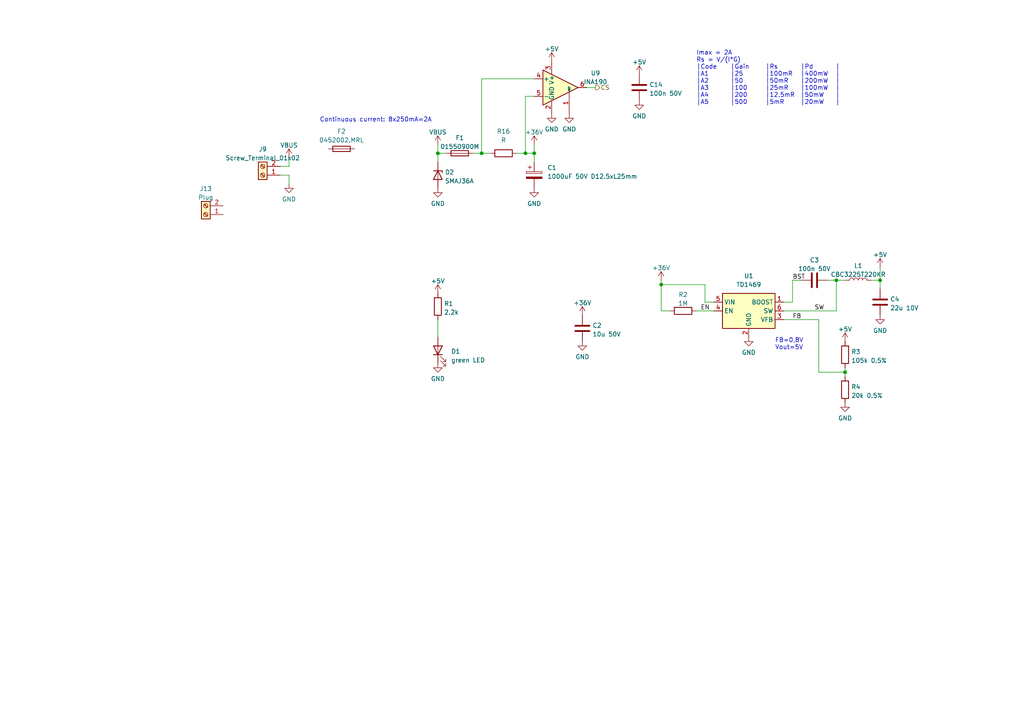
<source format=kicad_sch>
(kicad_sch (version 20231120) (generator "eeschema") (generator_version "8.0")
  (paper "A4")
  (lib_symbols
    (symbol "Amplifier_Current:INA199xxDCK" (pin_names (offset 0.127))
      (property "Reference" "U" (at 3.81 3.81 0))
      (property "Value" "INA199xxDCK" (at 3.81 -2.54 0))
      (symbol "INA199xxDCK_0_1"
        (polyline (pts (xy 5.08 0) (xy -5.08 5.08) (xy -5.08 -5.08) (xy 5.08 0)) (stroke (width 0.254)) (fill (type background)))
      )
      (symbol "INA199xxDCK_1_1"
        (pin input line (at 2.54 -7.62 90) (length 6.35) (name "REF") (number "1"))
        (pin power_in line (at -2.54 -7.62 90) (length 3.81) (name "GND") (number "2"))
        (pin power_in line (at -2.54 7.62 270) (length 3.81) (name "V+") (number "3"))
        (pin input line (at -7.62 2.54 0) (length 2.54) (name "+") (number "4"))
        (pin input line (at -7.62 -2.54 0) (length 2.54) (name "-") (number "5"))
        (pin output line (at 7.62 0 180) (length 2.54) (name "~") (number "6"))
      )
    )
    (symbol "Connector:Screw_Terminal_01x02" (pin_names (offset 1.016) hide)
      (property "Reference" "J" (at 0 2.54 0))
      (property "Value" "Screw_Terminal_01x02" (at 0 -5.08 0))
      (symbol "Screw_Terminal_01x02_1_1"
        (rectangle (start -1.27 1.27) (end 1.27 -3.81) (stroke (width 0.254)) (fill (type background)))
        (circle (center 0 -2.54) (radius 0.635) (stroke (width 0.1524)))
        (polyline (pts (xy -0.5334 -2.2098) (xy 0.3302 -3.048)) (stroke (width 0.1524)))
        (polyline (pts (xy -0.5334 0.3302) (xy 0.3302 -0.508)) (stroke (width 0.1524)))
        (polyline (pts (xy -0.3556 -2.032) (xy 0.508 -2.8702)) (stroke (width 0.1524)))
        (polyline (pts (xy -0.3556 0.508) (xy 0.508 -0.3302)) (stroke (width 0.1524)))
        (circle (center 0 0) (radius 0.635) (stroke (width 0.1524)))
        (pin passive line (at -5.08 0 0) (length 3.81) (name "Pin_1") (number "1"))
        (pin passive line (at -5.08 -2.54 0) (length 3.81) (name "Pin_2") (number "2"))
      )
    )
    (symbol "Device:C" (pin_numbers hide) (pin_names (offset 0.254))
      (property "Reference" "C" (at 0.635 2.54 0))
      (property "Value" "C" (at 0.635 -2.54 0))
      (symbol "C_0_1"
        (polyline (pts (xy -2.032 -0.762) (xy 2.032 -0.762)) (stroke (width 0.508)))
        (polyline (pts (xy -2.032 0.762) (xy 2.032 0.762)) (stroke (width 0.508)))
      )
      (symbol "C_1_1"
        (pin passive line (at 0 3.81 270) (length 2.794) (name "~") (number "1"))
        (pin passive line (at 0 -3.81 90) (length 2.794) (name "~") (number "2"))
      )
    )
    (symbol "Device:C_Polarized" (pin_numbers hide) (pin_names (offset 0.254))
      (property "Reference" "C" (at 0.635 2.54 0))
      (property "Value" "C_Polarized" (at 0.635 -2.54 0))
      (symbol "C_Polarized_0_1"
        (rectangle (start -2.286 0.508) (end 2.286 1.016))
        (polyline (pts (xy -1.778 2.286) (xy -0.762 2.286)))
        (polyline (pts (xy -1.27 2.794) (xy -1.27 1.778)))
        (rectangle (start 2.286 -0.508) (end -2.286 -1.016) (fill (type outline)))
      )
      (symbol "C_Polarized_1_1"
        (pin passive line (at 0 3.81 270) (length 2.794) (name "~") (number "1"))
        (pin passive line (at 0 -3.81 90) (length 2.794) (name "~") (number "2"))
      )
    )
    (symbol "Device:D_Zener" (pin_numbers hide) (pin_names (offset 1.016) hide)
      (property "Reference" "D" (at 0 2.54 0))
      (property "Value" "D_Zener" (at 0 -2.54 0))
      (symbol "D_Zener_0_1"
        (polyline (pts (xy 1.27 0) (xy -1.27 0)))
        (polyline (pts (xy -1.27 -1.27) (xy -1.27 1.27) (xy -0.762 1.27)) (stroke (width 0.254)))
        (polyline (pts (xy 1.27 -1.27) (xy 1.27 1.27) (xy -1.27 0) (xy 1.27 -1.27)) (stroke (width 0.254)))
      )
      (symbol "D_Zener_1_1"
        (pin passive line (at -3.81 0 0) (length 2.54) (name "K") (number "1"))
        (pin passive line (at 3.81 0 180) (length 2.54) (name "A") (number "2"))
      )
    )
    (symbol "Device:Fuse" (pin_numbers hide) (pin_names (offset 0))
      (property "Reference" "F" (at 2.032 0 90))
      (property "Value" "Fuse" (at -1.905 0 90))
      (symbol "Fuse_0_1"
        (rectangle (start -0.762 -2.54) (end 0.762 2.54) (stroke (width 0.254)))
        (polyline (pts (xy 0 2.54) (xy 0 -2.54)))
      )
      (symbol "Fuse_1_1"
        (pin passive line (at 0 3.81 270) (length 1.27) (name "~") (number "1"))
        (pin passive line (at 0 -3.81 90) (length 1.27) (name "~") (number "2"))
      )
    )
    (symbol "Device:L" (pin_numbers hide) (pin_names (offset 1.016) hide)
      (property "Reference" "L" (at -1.27 0 90))
      (property "Value" "L" (at 1.905 0 90))
      (symbol "L_0_1"
        (arc (start 0 -2.54) (mid 0.6323 -1.905) (end 0 -1.27))
        (arc (start 0 -1.27) (mid 0.6323 -0.635) (end 0 0))
        (arc (start 0 0) (mid 0.6323 0.635) (end 0 1.27))
        (arc (start 0 1.27) (mid 0.6323 1.905) (end 0 2.54))
      )
      (symbol "L_1_1"
        (pin passive line (at 0 3.81 270) (length 1.27) (name "1") (number "1"))
        (pin passive line (at 0 -3.81 90) (length 1.27) (name "2") (number "2"))
      )
    )
    (symbol "Device:LED" (pin_numbers hide) (pin_names (offset 1.016) hide)
      (property "Reference" "D" (at 0 2.54 0))
      (property "Value" "LED" (at 0 -2.54 0))
      (symbol "LED_0_1"
        (polyline (pts (xy -1.27 -1.27) (xy -1.27 1.27)) (stroke (width 0.254)))
        (polyline (pts (xy -1.27 0) (xy 1.27 0)))
        (polyline (pts (xy 1.27 -1.27) (xy 1.27 1.27) (xy -1.27 0) (xy 1.27 -1.27)) (stroke (width 0.254)))
        (polyline (pts (xy -3.048 -0.762) (xy -4.572 -2.286) (xy -3.81 -2.286) (xy -4.572 -2.286) (xy -4.572 -1.524)))
        (polyline (pts (xy -1.778 -0.762) (xy -3.302 -2.286) (xy -2.54 -2.286) (xy -3.302 -2.286) (xy -3.302 -1.524)))
      )
      (symbol "LED_1_1"
        (pin passive line (at -3.81 0 0) (length 2.54) (name "K") (number "1"))
        (pin passive line (at 3.81 0 180) (length 2.54) (name "A") (number "2"))
      )
    )
    (symbol "Device:R" (pin_numbers hide) (pin_names (offset 0))
      (property "Reference" "R" (at 2.032 0 90))
      (property "Value" "R" (at 0 0 90))
      (symbol "R_0_1"
        (rectangle (start -1.016 -2.54) (end 1.016 2.54) (stroke (width 0.254)))
      )
      (symbol "R_1_1"
        (pin passive line (at 0 3.81 270) (length 1.27) (name "~") (number "1"))
        (pin passive line (at 0 -3.81 90) (length 1.27) (name "~") (number "2"))
      )
    )
    (symbol "Regulator_Switching:MCP16331CH"
      (property "Reference" "U" (at -7.874 6.35 0))
      (property "Value" "MCP16331CH" (at -2.54 6.35 0))
      (symbol "MCP16331CH_0_1"
        (rectangle (start -7.62 5.08) (end 7.62 -5.08) (stroke (width 0.254)) (fill (type background)))
      )
      (symbol "MCP16331CH_1_1"
        (pin input line (at 10.16 2.54 180) (length 2.54) (name "BOOST") (number "1"))
        (pin power_in line (at 0 -7.62 90) (length 2.54) (name "GND") (number "2"))
        (pin input line (at 10.16 -2.54 180) (length 2.54) (name "VFB") (number "3"))
        (pin input line (at -10.16 0 0) (length 2.54) (name "EN") (number "4"))
        (pin power_in line (at -10.16 2.54 0) (length 2.54) (name "VIN") (number "5"))
        (pin output line (at 10.16 0 180) (length 2.54) (name "SW") (number "6"))
      )
    )
    (symbol "power:+36V" (power) (pin_names (offset 0))
      (property "Value" "+36V" (at 0 3.556 0))
      (symbol "+36V_0_1"
        (polyline (pts (xy -0.762 1.27) (xy 0 2.54)))
        (polyline (pts (xy 0 0) (xy 0 2.54)))
        (polyline (pts (xy 0 2.54) (xy 0.762 1.27)))
      )
      (symbol "+36V_1_1"
        (pin power_in line (at 0 0 90) (length 0) hide (name "+36V") (number "1"))
      )
    )
    (symbol "power:+5V" (power) (pin_names (offset 0))
      (property "Value" "+5V" (at 0 3.556 0))
      (symbol "+5V_0_1"
        (polyline (pts (xy -0.762 1.27) (xy 0 2.54)))
        (polyline (pts (xy 0 0) (xy 0 2.54)))
        (polyline (pts (xy 0 2.54) (xy 0.762 1.27)))
      )
      (symbol "+5V_1_1"
        (pin power_in line (at 0 0 90) (length 0) hide (name "+5V") (number "1"))
      )
    )
    (symbol "power:GND" (power) (pin_names (offset 0))
      (property "Value" "GND" (at 0 -3.81 0))
      (symbol "GND_0_1"
        (polyline (pts (xy 0 0) (xy 0 -1.27) (xy 1.27 -1.27) (xy 0 -2.54) (xy -1.27 -1.27) (xy 0 -1.27)))
      )
      (symbol "GND_1_1"
        (pin power_in line (at 0 0 270) (length 0) hide (name "GND") (number "1"))
      )
    )
    (symbol "power:VBUS" (power) (pin_names (offset 0))
      (property "Value" "VBUS" (at 0 3.81 0))
      (symbol "VBUS_0_1"
        (polyline (pts (xy -0.762 1.27) (xy 0 2.54)))
        (polyline (pts (xy 0 0) (xy 0 2.54)))
        (polyline (pts (xy 0 2.54) (xy 0.762 1.27)))
      )
      (symbol "VBUS_1_1"
        (pin power_in line (at 0 0 90) (length 0) hide (name "VBUS") (number "1"))
      )
    )
  )
  (junction (at 152.4 44.45))
  (junction (at 191.77 82.55))
  (junction (at 242.57 81.28))
  (junction (at 139.7 44.45))
  (junction (at 127 44.45))
  (junction (at 154.94 44.45))
  (junction (at 245.11 107.95))
  (junction (at 255.27 81.28))
  (wire (pts (xy 237.49 107.95) (xy 245.11 107.95)))
  (wire (pts (xy 191.77 81.28) (xy 191.77 82.55)))
  (wire (pts (xy 207.01 87.63) (xy 204.47 87.63)))
  (wire (pts (xy 127 44.45) (xy 129.54 44.45)))
  (wire (pts (xy 240.03 81.28) (xy 242.57 81.28)))
  (wire (pts (xy 245.11 107.95) (xy 245.11 109.22)))
  (wire (pts (xy 154.94 27.94) (xy 152.4 27.94)))
  (wire (pts (xy 83.82 50.8) (xy 81.28 50.8)))
  (wire (pts (xy 227.33 92.71) (xy 237.49 92.71)))
  (wire (pts (xy 245.11 106.68) (xy 245.11 107.95)))
  (wire (pts (xy 83.82 48.26) (xy 83.82 45.72)))
  (wire (pts (xy 81.28 48.26) (xy 83.82 48.26)))
  (wire (pts (xy 127 41.91) (xy 127 44.45)))
  (wire (pts (xy 255.27 81.28) (xy 255.27 83.82)))
  (wire (pts (xy 139.7 22.86) (xy 139.7 44.45)))
  (wire (pts (xy 204.47 82.55) (xy 191.77 82.55)))
  (wire (pts (xy 154.94 41.91) (xy 154.94 44.45)))
  (wire (pts (xy 137.16 44.45) (xy 139.7 44.45)))
  (wire (pts (xy 149.86 44.45) (xy 152.4 44.45)))
  (wire (pts (xy 127 92.71) (xy 127 97.79)))
  (wire (pts (xy 204.47 87.63) (xy 204.47 82.55)))
  (wire (pts (xy 255.27 77.47) (xy 255.27 81.28)))
  (wire (pts (xy 152.4 44.45) (xy 154.94 44.45)))
  (wire (pts (xy 242.57 90.17) (xy 242.57 81.28)))
  (wire (pts (xy 154.94 44.45) (xy 154.94 46.99)))
  (wire (pts (xy 127 44.45) (xy 127 46.99)))
  (wire (pts (xy 139.7 44.45) (xy 142.24 44.45)))
  (wire (pts (xy 191.77 90.17) (xy 194.31 90.17)))
  (wire (pts (xy 227.33 90.17) (xy 242.57 90.17)))
  (wire (pts (xy 227.33 87.63) (xy 229.87 87.63)))
  (wire (pts (xy 152.4 27.94) (xy 152.4 44.45)))
  (wire (pts (xy 229.87 81.28) (xy 232.41 81.28)))
  (wire (pts (xy 191.77 82.55) (xy 191.77 90.17)))
  (wire (pts (xy 229.87 87.63) (xy 229.87 81.28)))
  (wire (pts (xy 237.49 92.71) (xy 237.49 107.95)))
  (wire (pts (xy 201.93 90.17) (xy 207.01 90.17)))
  (wire (pts (xy 255.27 81.28) (xy 252.73 81.28)))
  (wire (pts (xy 83.82 53.34) (xy 83.82 50.8)))
  (wire (pts (xy 242.57 81.28) (xy 245.11 81.28)))
  (wire (pts (xy 170.18 25.4) (xy 172.72 25.4)))
  (wire (pts (xy 154.94 22.86) (xy 139.7 22.86)))
  (text "FB=0,8V\nVout=5V" (at 224.79 101.6 0) (effects (font (size 1.27 1.27)) (justify left bottom)))
  (text "Imax = 2A\nRs = V/(I*G)\n|Code	|Gain	|Rs		|Pd		|\n|A1		|25		|100mR	|400mW	|\n|A2		|50		|50mR	|200mW	|\n|A3		|100	|25mR	|100mW	|\n|A4		|200	|12,5mR	|50mW	|\n|A5		|500	|5mR	|20mW	|" (at 201.93 30.48 0) (effects (font (size 1.27 1.27)) (justify left bottom)))
  (text "Continuous current: 8x250mA=2A" (at 92.71 35.56 0) (effects (font (size 1.27 1.27)) (justify left bottom)))
  (label "BST" (at 229.87 81.28 0))
  (label "SW" (at 236.22 90.17 0))
  (label "EN" (at 203.2 90.17 0))
  (label "FB" (at 229.87 92.71 0))
  (hierarchical_label "CS" (shape output) (at 172.72 25.4 0))
  (symbol (lib_id "power:GND") (at 217.17 97.79 0) (unit 1)
    (property "Reference" "#PWR0127" (effects (hide yes)))
    (property "Value" "GND" (at 217.17 102.2334 0))
  )
  (symbol (lib_id "power:+36V") (at 191.77 81.28 0) (unit 1)
    (property "Reference" "#PWR0128" (effects (hide yes)))
    (property "Value" "+36V" (at 191.77 77.7042 0))
  )
  (symbol (lib_id "Device:C") (at 185.42 25.4 0) (unit 1)
    (property "Reference" "C14" (at 188.341 24.5653 0) (effects (justify left)))
    (property "Value" "100n 50V" (at 188.341 27.1022 0) (effects (justify left)))
    (property "Footprint" "Capacitor_SMD:C_0603_1608Metric" (effects (hide yes)))
    (property "LCSC Part #" "C14663" (effects (hide yes)))
    (property "Total quantity" "30" (effects (hide yes)))
  )
  (symbol (lib_id "power:+5V") (at 160.02 17.78 0) (unit 1)
    (property "Reference" "#PWR072" (effects (hide yes)))
    (property "Value" "+5V" (at 160.02 14.2042 0))
  )
  (symbol (lib_id "Device:C") (at 168.91 95.25 180) (unit 1)
    (property "Reference" "C2" (at 171.831 94.4153 0) (effects (justify right)))
    (property "Value" "10u 50V" (at 171.831 96.9522 0) (effects (justify right)))
    (property "Footprint" "Capacitor_SMD:C_1210_3225Metric" (effects (hide yes)))
    (property "LCSC Part #" "C337485" (effects (hide yes)))
    (property "Total quantity" "50" (effects (hide yes)))
  )
  (symbol (lib_id "power:+5V") (at 255.27 77.47 0) (unit 1)
    (property "Reference" "#PWR0131" (effects (hide yes)))
    (property "Value" "+5V" (at 255.27 73.8942 0))
  )
  (symbol (lib_id "power:+36V") (at 154.94 41.91 0) (unit 1)
    (property "Reference" "#PWR0120" (effects (hide yes)))
    (property "Value" "+36V" (at 154.94 38.3342 0))
  )
  (symbol (lib_id "Device:Fuse") (at 133.35 44.45 270) (unit 1)
    (property "Reference" "F1" (at 133.35 39.9882 90))
    (property "Value" "01550900M" (at 133.35 42.5251 90))
    (property "Footprint" "Fuse:Fuseholder_Littelfuse_Nano2_154x" (effects (hide yes)))
    (property "LCSC Part #" "C108518" (effects (hide yes)))
    (property "Total quantity" "5" (effects (hide yes)))
  )
  (symbol (lib_id "power:GND") (at 185.42 29.21 0) (unit 1)
    (property "Reference" "#PWR074" (effects (hide yes)))
    (property "Value" "GND" (at 185.42 33.6534 0))
  )
  (symbol (lib_id "Connector:Screw_Terminal_01x02") (at 76.2 50.8 180) (unit 1)
    (property "Reference" "J9" (at 76.2 43.2902 0))
    (property "Value" "Screw_Terminal_01x02" (at 76.2 45.8271 0))
    (property "Footprint" "Connector_Phoenix_MSTB:PhoenixContact_MSTBVA_2,5_2-G_1x02_P5.00mm_Vertical" (effects (hide yes)))
    (property "LCSC Part #" "C505779" (effects (hide yes)))
    (property "Total quantity" "5" (effects (hide yes)))
  )
  (symbol (lib_id "power:VBUS") (at 127 41.91 0) (unit 1)
    (property "Reference" "#PWR0119" (effects (hide yes)))
    (property "Value" "VBUS" (at 127 38.3342 0))
  )
  (symbol (lib_id "Device:C") (at 236.22 81.28 90) (unit 1)
    (property "Reference" "C3" (at 236.22 75.4212 90))
    (property "Value" "100n 50V" (at 236.22 77.9581 90))
    (property "Footprint" "Capacitor_SMD:C_0603_1608Metric" (effects (hide yes)))
    (property "LCSC Part #" "C14663" (effects (hide yes)))
    (property "Total quantity" "30" (effects (hide yes)))
  )
  (symbol (lib_id "power:GND") (at 127 54.61 0) (unit 1)
    (property "Reference" "#PWR0121" (effects (hide yes)))
    (property "Value" "GND" (at 127 59.0534 0))
  )
  (symbol (lib_id "Device:R") (at 127 88.9 0) (unit 1)
    (property "Reference" "R1" (at 128.778 88.0653 0) (effects (justify left)))
    (property "Value" "2.2k" (at 128.778 90.6022 0) (effects (justify left)))
    (property "Footprint" "Resistor_SMD:R_0603_1608Metric" (effects (hide yes)))
    (property "LCSC Part #" "C125931" (effects (hide yes)))
    (property "Total quantity" "5" (effects (hide yes)))
  )
  (symbol (lib_id "power:GND") (at 255.27 91.44 0) (unit 1)
    (property "Reference" "#PWR0130" (effects (hide yes)))
    (property "Value" "GND" (at 255.27 95.8834 0))
  )
  (symbol (lib_id "power:+5V") (at 245.11 99.06 0) (unit 1)
    (property "Reference" "#PWR0132" (effects (hide yes)))
    (property "Value" "+5V" (at 245.11 95.4842 0))
  )
  (symbol (lib_id "power:GND") (at 165.1 33.02 0) (unit 1)
    (property "Reference" "#PWR070" (effects (hide yes)))
    (property "Value" "GND" (at 165.1 37.4634 0))
  )
  (symbol (lib_id "power:GND") (at 160.02 33.02 0) (unit 1)
    (property "Reference" "#PWR071" (effects (hide yes)))
    (property "Value" "GND" (at 160.02 37.4634 0))
  )
  (symbol (lib_id "Regulator_Switching:MCP16331CH") (at 217.17 90.17 0) (unit 1)
    (property "Reference" "U1" (at 217.17 80.01 0))
    (property "Value" "TD1469" (at 217.17 82.55 0))
    (property "Footprint" "Package_TO_SOT_SMD:SOT-23-6" (effects (hide yes)))
    (property "Datasheet" "https://datasheet.lcsc.com/lcsc/2105241455_Techcode-Semicon-TD1469_C2832208.pdf" (effects (hide yes)))
    (property "LCSC Part #" "C2832208" (effects (hide yes)))
    (property "Total quantity" "50" (effects (hide yes)))
  )
  (symbol (lib_id "Device:R") (at 245.11 113.03 0) (unit 1)
    (property "Reference" "R4" (at 246.888 112.1953 0) (effects (justify left)))
    (property "Value" "20k 0.5%" (at 246.888 114.7322 0) (effects (justify left)))
    (property "Footprint" "Resistor_SMD:R_0603_1608Metric" (effects (hide yes)))
    (property "LCSC Part #" "C227463" (effects (hide yes)))
    (property "Total quantity" "10" (effects (hide yes)))
  )
  (symbol (lib_id "Device:LED") (at 127 101.6 90) (unit 1)
    (property "Reference" "D1" (at 130.81 101.9175 90) (effects (justify right)))
    (property "Value" "green LED" (at 130.81 104.4575 90) (effects (justify right)))
    (property "Footprint" "LED_SMD:LED_0603_1608Metric" (effects (hide yes)))
  )
  (symbol (lib_id "power:+36V") (at 168.91 91.44 0) (unit 1)
    (property "Reference" "#PWR0126" (effects (hide yes)))
    (property "Value" "+36V" (at 168.91 87.8642 0))
  )
  (symbol (lib_id "power:GND") (at 168.91 99.06 0) (unit 1)
    (property "Reference" "#PWR0123" (effects (hide yes)))
    (property "Value" "GND" (at 168.91 103.5034 0))
  )
  (symbol (lib_id "Device:D_Zener") (at 127 50.8 270) (unit 1)
    (property "Reference" "D2" (at 129.032 49.9653 90) (effects (justify left)))
    (property "Value" "SMAJ36A" (at 129.032 52.5022 90) (effects (justify left)))
    (property "Footprint" "Diode_SMD:D_SMA" (effects (hide yes)))
    (property "LCSC Part #" "C148232" (effects (hide yes)))
    (property "Total quantity" "5" (effects (hide yes)))
  )
  (symbol (lib_id "Device:L") (at 248.92 81.28 90) (unit 1)
    (property "Reference" "L1" (at 248.92 77.0722 90))
    (property "Value" "CBC3225T220KR" (at 248.92 79.6091 90))
    (property "Footprint" "Inductor_SMD:L_1210_3225Metric" (effects (hide yes)))
    (property "LCSC Part #" "C223225" (effects (hide yes)))
    (property "Total quantity" "5" (effects (hide yes)))
  )
  (symbol (lib_id "Device:R") (at 198.12 90.17 270) (unit 1)
    (property "Reference" "R2" (at 198.12 85.4542 90))
    (property "Value" "1M" (at 198.12 87.9911 90))
    (property "Footprint" "Resistor_SMD:R_0603_1608Metric" (effects (hide yes)))
    (property "LCSC Part #" "C105578" (effects (hide yes)))
    (property "Total quantity" "5" (effects (hide yes)))
  )
  (symbol (lib_id "power:GND") (at 127 105.41 0) (unit 1)
    (property "Reference" "#PWR0125" (effects (hide yes)))
    (property "Value" "GND" (at 127 109.8534 0))
  )
  (symbol (lib_id "Amplifier_Current:INA199xxDCK") (at 162.56 25.4 0) (unit 1)
    (property "Reference" "U9" (at 172.72 21.2091 0))
    (property "Value" "INA190" (at 172.72 23.7491 0))
    (property "Footprint" "Package_TO_SOT_SMD:SOT-363_SC-70-6" (effects (hide yes)))
    (property "Datasheet" "http://www.ti.com/lit/ds/symlink/ina199.pdf" (effects (hide yes)))
  )
  (symbol (lib_id "Device:C") (at 255.27 87.63 180) (unit 1)
    (property "Reference" "C4" (at 258.191 86.7953 0) (effects (justify right)))
    (property "Value" "22u 10V" (at 258.191 89.3322 0) (effects (justify right)))
    (property "Footprint" "Capacitor_SMD:C_0805_2012Metric" (effects (hide yes)))
    (property "LCSC Part #" "C29277" (effects (hide yes)))
    (property "Total quantity" "50" (effects (hide yes)))
  )
  (symbol (lib_id "Device:R") (at 146.05 44.45 90) (unit 1)
    (property "Reference" "R16" (at 146.05 38.1 90))
    (property "Value" "R" (at 146.05 40.64 90))
    (property "Footprint" "Resistor_SMD:R_1210_3225Metric_Pad1.30x2.65mm_HandSolder" (effects (hide yes)))
  )
  (symbol (lib_id "power:+5V") (at 127 85.09 0) (unit 1)
    (property "Reference" "#PWR0124" (effects (hide yes)))
    (property "Value" "+5V" (at 127 81.5142 0))
  )
  (symbol (lib_id "power:+5V") (at 185.42 21.59 0) (unit 1)
    (property "Reference" "#PWR073" (effects (hide yes)))
    (property "Value" "+5V" (at 185.42 18.0142 0))
  )
  (symbol (lib_id "Connector:Screw_Terminal_01x02") (at 59.69 62.23 180) (unit 1) (on_board no)
    (property "Reference" "J13" (at 59.69 54.7202 0))
    (property "Value" "Plug" (at 59.69 57.2571 0))
    (property "Footprint" "Connector_Phoenix_MSTB:PhoenixContact_MSTBVA_2,5_2-G_1x02_P5.00mm_Vertical" (effects (hide yes)))
    (property "LCSC Part #" "C504904" (effects (hide yes)))
    (property "Total quantity" "5" (effects (hide yes)))
  )
  (symbol (lib_id "power:GND") (at 83.82 53.34 0) (unit 1)
    (property "Reference" "#PWR0118" (effects (hide yes)))
    (property "Value" "GND" (at 83.82 57.7834 0))
  )
  (symbol (lib_id "Device:C_Polarized") (at 154.94 50.8 0) (unit 1)
    (property "Reference" "C1" (at 158.75 48.641 0) (effects (justify left)))
    (property "Value" "1000uF 50V D12.5xL25mm" (at 158.75 51.181 0) (effects (justify left)))
    (property "Footprint" "Capacitor_THT:CP_Radial_D12.5mm_P5.00mm" (effects (hide yes)))
    (property "LCSC Part #" "C338226" (effects (hide yes)))
    (property "Total quantity" "5" (effects (hide yes)))
  )
  (symbol (lib_id "power:VBUS") (at 83.82 45.72 0) (unit 1)
    (property "Reference" "#PWR0117" (effects (hide yes)))
    (property "Value" "VBUS" (at 83.82 42.1442 0))
  )
  (symbol (lib_id "power:GND") (at 245.11 116.84 0) (unit 1)
    (property "Reference" "#PWR0129" (effects (hide yes)))
    (property "Value" "GND" (at 245.11 121.2834 0))
  )
  (symbol (lib_id "power:GND") (at 154.94 54.61 0) (unit 1)
    (property "Reference" "#PWR0122" (effects (hide yes)))
    (property "Value" "GND" (at 154.94 59.0534 0))
  )
  (symbol (lib_id "Device:R") (at 245.11 102.87 0) (unit 1)
    (property "Reference" "R3" (at 246.888 102.0353 0) (effects (justify left)))
    (property "Value" "105k 0.5%" (at 246.888 104.5722 0) (effects (justify left)))
    (property "Footprint" "Resistor_SMD:R_0603_1608Metric" (effects (hide yes)))
    (property "LCSC Part #" "C862523" (effects (hide yes)))
    (property "Total quantity" "5" (effects (hide yes)))
  )
  (symbol (lib_id "Device:Fuse") (at 99.06 43.18 90) (unit 1) (on_board no)
    (property "Reference" "F2" (at 99.06 38.1 90))
    (property "Value" "0452002.MRL" (at 99.06 40.64 90))
    (property "LCSC Part #" "C142852" (effects (hide yes)))
    (property "Total quantity" "5" (effects (hide yes)))
  )
)
</source>
